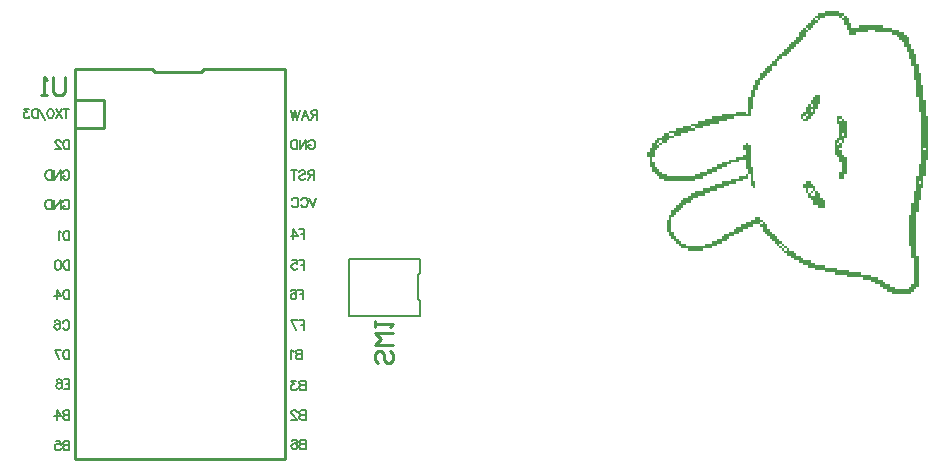
<source format=gbr>
%TF.GenerationSoftware,Altium Limited,Altium Designer,20.1.12 (249)*%
G04 Layer_Color=32896*
%FSLAX26Y26*%
%MOIN*%
%TF.SameCoordinates,9E99BA8B-9897-4C81-AE0E-6E9FF3DC4262*%
%TF.FilePolarity,Positive*%
%TF.FileFunction,Legend,Bot*%
%TF.Part,Single*%
G01*
G75*
%TA.AperFunction,NonConductor*%
%ADD19C,0.007874*%
%ADD20C,0.010000*%
%ADD21C,0.005906*%
G36*
X3174858Y1568685D02*
X3182858D01*
Y1560685D01*
X3174858D01*
Y1552685D01*
X3166858D01*
Y1544685D01*
X3158858D01*
Y1536685D01*
X3150858D01*
Y1544685D01*
X3142858D01*
Y1552685D01*
X3150858D01*
Y1560685D01*
X3158858D01*
Y1568685D01*
X3166858D01*
Y1576685D01*
X3174858D01*
Y1568685D01*
D02*
G37*
G36*
X3190858Y1288685D02*
X3182858D01*
Y1272685D01*
X3174858D01*
Y1256685D01*
X3166858D01*
Y1248685D01*
X3158858D01*
Y1240685D01*
X3150858D01*
Y1232685D01*
X3134858D01*
Y1240685D01*
X3126858D01*
Y1256685D01*
X3134858D01*
Y1264685D01*
X3142858D01*
Y1280685D01*
X3150858D01*
Y1288685D01*
X3158858D01*
Y1280685D01*
X3166858D01*
Y1288685D01*
X3158858D01*
Y1304685D01*
X3166858D01*
Y1312685D01*
X3174858D01*
Y1320685D01*
X3190858D01*
Y1288685D01*
D02*
G37*
G36*
X3142858Y1536685D02*
X3150858D01*
Y1528685D01*
X3142858D01*
Y1512685D01*
X3134858D01*
Y1504685D01*
X3126858D01*
Y1496685D01*
X3118858D01*
Y1488685D01*
X3110858D01*
Y1480685D01*
X3102858D01*
Y1472685D01*
X3094858D01*
Y1464685D01*
X3086858D01*
Y1456685D01*
X3078858D01*
Y1448685D01*
X3062858D01*
Y1440685D01*
X3054858D01*
Y1432685D01*
X3046858D01*
Y1416685D01*
X3030858D01*
Y1400685D01*
X3022858D01*
Y1392685D01*
X3014858D01*
Y1384685D01*
X3006858D01*
Y1376685D01*
X2998858D01*
Y1368685D01*
X2990858D01*
Y1352685D01*
X2982858D01*
Y1336685D01*
X2974858D01*
Y1312685D01*
X2966858D01*
Y1272685D01*
X2958858D01*
Y1248685D01*
X2902858D01*
Y1240685D01*
X2878858D01*
Y1232685D01*
X2854858D01*
Y1224685D01*
X2822858D01*
Y1216685D01*
X2798858D01*
Y1208685D01*
X2774858D01*
Y1216685D01*
X2758858D01*
Y1224685D01*
X2782858D01*
Y1232685D01*
X2806858D01*
Y1240685D01*
X2830858D01*
Y1248685D01*
X2862858D01*
Y1256685D01*
X2910858D01*
Y1264685D01*
X2942858D01*
Y1256685D01*
X2950858D01*
Y1312685D01*
X2958858D01*
Y1336685D01*
X2966858D01*
Y1352685D01*
X2974858D01*
Y1368685D01*
X2982858D01*
Y1376685D01*
X2990858D01*
Y1392685D01*
X2998858D01*
Y1400685D01*
X3006858D01*
Y1408685D01*
X3014858D01*
Y1416685D01*
X3022858D01*
Y1424685D01*
X3030858D01*
Y1432685D01*
X3038858D01*
Y1440685D01*
X3046858D01*
Y1448685D01*
X3054858D01*
Y1456685D01*
X3062858D01*
Y1464685D01*
X3070858D01*
Y1472685D01*
X3078858D01*
Y1480685D01*
X3086858D01*
Y1488685D01*
X3094858D01*
Y1496685D01*
X3102858D01*
Y1504685D01*
X3110858D01*
Y1512685D01*
X3118858D01*
Y1528685D01*
X3126858D01*
Y1536685D01*
X3134858D01*
Y1544685D01*
X3142858D01*
Y1536685D01*
D02*
G37*
G36*
X2758858Y1208685D02*
X2774858D01*
Y1200685D01*
X2750858D01*
Y1192685D01*
X2726858D01*
Y1184685D01*
X2702858D01*
Y1192685D01*
X2686858D01*
Y1200685D01*
X2710858D01*
Y1208685D01*
X2734858D01*
Y1216685D01*
X2758858D01*
Y1208685D01*
D02*
G37*
G36*
X3262858Y1240685D02*
X3270858D01*
Y1232685D01*
X3278858D01*
Y1176685D01*
X3270858D01*
Y1160685D01*
X3262858D01*
Y1168685D01*
X3254858D01*
Y1160685D01*
X3262858D01*
Y1144685D01*
X3254858D01*
Y1136685D01*
X3262858D01*
Y1120685D01*
X3270858D01*
Y1112685D01*
X3278858D01*
Y1056685D01*
X3270858D01*
Y1040685D01*
X3254858D01*
Y1064685D01*
X3262858D01*
Y1096685D01*
X3254858D01*
Y1112685D01*
X3246858D01*
Y1120685D01*
X3238858D01*
Y1168685D01*
X3246858D01*
Y1176685D01*
X3254858D01*
Y1224685D01*
X3246858D01*
Y1248685D01*
X3262858D01*
Y1240685D01*
D02*
G37*
G36*
X2686858Y1184685D02*
X2702858D01*
Y1176685D01*
X2686858D01*
Y1168685D01*
X2678858D01*
Y1160685D01*
X2662858D01*
Y1168685D01*
X2654858D01*
Y1160685D01*
X2662858D01*
Y1152685D01*
X2654858D01*
Y1160685D01*
X2646858D01*
Y1152685D01*
X2654858D01*
Y1144685D01*
X2646858D01*
Y1136685D01*
X2638858D01*
Y1112685D01*
X2630858D01*
Y1096685D01*
X2638858D01*
Y1080685D01*
X2646858D01*
Y1072685D01*
X2654858D01*
Y1064685D01*
X2662858D01*
Y1056685D01*
X2678858D01*
Y1048685D01*
X2774858D01*
Y1056685D01*
X2790858D01*
Y1064685D01*
X2814858D01*
Y1072685D01*
X2830858D01*
Y1080685D01*
X2846858D01*
Y1088685D01*
X2862858D01*
Y1096685D01*
X2886858D01*
Y1104685D01*
X2910858D01*
Y1112685D01*
X2934858D01*
Y1120685D01*
X2942858D01*
Y1136685D01*
X2934858D01*
Y1152685D01*
X2942858D01*
Y1160685D01*
X2950858D01*
Y1152685D01*
X2958858D01*
Y1080685D01*
X2966858D01*
Y1032685D01*
X2974858D01*
Y1008685D01*
X2966858D01*
Y1016685D01*
X2958858D01*
Y1056685D01*
X2950858D01*
Y1072685D01*
X2942858D01*
Y1104685D01*
X2918858D01*
Y1096685D01*
X2894858D01*
Y1088685D01*
X2878858D01*
Y1080685D01*
X2862858D01*
Y1072685D01*
X2846858D01*
Y1064685D01*
X2830858D01*
Y1056685D01*
X2814858D01*
Y1048685D01*
X2798858D01*
Y1040685D01*
X2774858D01*
Y1032685D01*
X2670858D01*
Y1040685D01*
X2654858D01*
Y1048685D01*
X2646858D01*
Y1056685D01*
X2638858D01*
Y1064685D01*
X2630858D01*
Y1080685D01*
X2622858D01*
Y1112685D01*
X2614858D01*
Y1128685D01*
X2622858D01*
Y1144685D01*
X2630858D01*
Y1160685D01*
X2638858D01*
Y1168685D01*
X2646858D01*
Y1176685D01*
X2662858D01*
Y1184685D01*
X2670858D01*
Y1192685D01*
X2686858D01*
Y1184685D01*
D02*
G37*
G36*
X3158858Y1024685D02*
X3166858D01*
Y1016685D01*
X3174858D01*
Y1000685D01*
X3182858D01*
Y992685D01*
X3190858D01*
Y976685D01*
X3198858D01*
Y968685D01*
X3206858D01*
Y944685D01*
X3182858D01*
Y952685D01*
X3166858D01*
Y968685D01*
X3158858D01*
Y976685D01*
X3150858D01*
Y992685D01*
X3142858D01*
Y1008685D01*
X3134858D01*
Y1024685D01*
X3142858D01*
Y1032685D01*
X3158858D01*
Y1024685D01*
D02*
G37*
G36*
X3254858Y1592685D02*
X3270858D01*
Y1584685D01*
X3278858D01*
Y1576685D01*
X3286858D01*
Y1560685D01*
X3294858D01*
Y1544685D01*
X3318858D01*
Y1552685D01*
X3398858D01*
Y1544685D01*
X3430858D01*
Y1536685D01*
X3454858D01*
Y1528685D01*
X3470858D01*
Y1520685D01*
X3478858D01*
Y1512685D01*
X3486858D01*
Y1488685D01*
X3494858D01*
Y1472685D01*
X3502858D01*
Y1456685D01*
X3510858D01*
Y1424685D01*
X3518858D01*
Y1392685D01*
X3526858D01*
Y1352685D01*
X3534858D01*
Y1304685D01*
X3542858D01*
Y1248685D01*
X3550858D01*
Y1104685D01*
X3542858D01*
Y1048685D01*
X3534858D01*
Y1008685D01*
X3526858D01*
Y968685D01*
X3518858D01*
Y928685D01*
X3510858D01*
Y784685D01*
X3518858D01*
Y680685D01*
X3510858D01*
Y672685D01*
X3502858D01*
Y664685D01*
X3494858D01*
Y656685D01*
X3430858D01*
Y664685D01*
X3414858D01*
Y672685D01*
X3398858D01*
Y680685D01*
X3390858D01*
Y688685D01*
X3374858D01*
Y696685D01*
X3358858D01*
Y704685D01*
X3334858D01*
Y712685D01*
X3278858D01*
Y720685D01*
X3238858D01*
Y728685D01*
X3206858D01*
Y736685D01*
X3174858D01*
Y744685D01*
X3150858D01*
Y752685D01*
X3134858D01*
Y760685D01*
X3118858D01*
Y768685D01*
X3102858D01*
Y776685D01*
X3094858D01*
Y784685D01*
X3078858D01*
Y792685D01*
X3070858D01*
Y800685D01*
X3062858D01*
Y808685D01*
X3054858D01*
Y816685D01*
X3046858D01*
Y824685D01*
X3038858D01*
Y832685D01*
X3030858D01*
Y840685D01*
X3022858D01*
Y848685D01*
X3014858D01*
Y856685D01*
X3006858D01*
Y864685D01*
X2998858D01*
Y880685D01*
X2990858D01*
Y888685D01*
X2966858D01*
Y880685D01*
X2950858D01*
Y872685D01*
X2934858D01*
Y864685D01*
X2918858D01*
Y856685D01*
X2902858D01*
Y848685D01*
X2886858D01*
Y840685D01*
X2878858D01*
Y832685D01*
X2862858D01*
Y824685D01*
X2846858D01*
Y816685D01*
X2830858D01*
Y808685D01*
X2798858D01*
Y800685D01*
X2750858D01*
Y808685D01*
X2726858D01*
Y816685D01*
X2718858D01*
Y824685D01*
X2710858D01*
Y832685D01*
X2702858D01*
Y840685D01*
X2694858D01*
Y848685D01*
X2686858D01*
Y864685D01*
X2678858D01*
Y904685D01*
X2686858D01*
Y920685D01*
X2694858D01*
Y936685D01*
X2702858D01*
Y944685D01*
X2710858D01*
Y952685D01*
X2718858D01*
Y960685D01*
X2726858D01*
Y968685D01*
X2734858D01*
Y976685D01*
X2750858D01*
Y984685D01*
X2758858D01*
Y992685D01*
X2774858D01*
Y1000685D01*
X2798858D01*
Y1008685D01*
X2822858D01*
Y1016685D01*
X2838858D01*
Y1024685D01*
X2862858D01*
Y1032685D01*
X2894858D01*
Y1040685D01*
X2918858D01*
Y1048685D01*
X2942858D01*
Y1056685D01*
X2950858D01*
Y1040685D01*
X2934858D01*
Y1032685D01*
X2910858D01*
Y1024685D01*
X2886858D01*
Y1016685D01*
X2870858D01*
Y1008685D01*
X2846858D01*
Y1000685D01*
X2822858D01*
Y992685D01*
X2806858D01*
Y984685D01*
X2782858D01*
Y976685D01*
X2766858D01*
Y968685D01*
X2758858D01*
Y960685D01*
X2742858D01*
Y952685D01*
X2734858D01*
Y944685D01*
X2726858D01*
Y936685D01*
X2718858D01*
Y928685D01*
X2710858D01*
Y920685D01*
X2702858D01*
Y912685D01*
X2694858D01*
Y864685D01*
X2702858D01*
Y848685D01*
X2710858D01*
Y840685D01*
X2718858D01*
Y832685D01*
X2726858D01*
Y824685D01*
X2742858D01*
Y816685D01*
X2806858D01*
Y824685D01*
X2830858D01*
Y832685D01*
X2846858D01*
Y840685D01*
X2862858D01*
Y848685D01*
X2870858D01*
Y856685D01*
X2886858D01*
Y864685D01*
X2902858D01*
Y872685D01*
X2910858D01*
Y880685D01*
X2926858D01*
Y888685D01*
X2942858D01*
Y896685D01*
X2958858D01*
Y904685D01*
X2974858D01*
Y912685D01*
X2990858D01*
Y904685D01*
X2998858D01*
Y896685D01*
X3006858D01*
Y888685D01*
X3014858D01*
Y872685D01*
X3022858D01*
Y864685D01*
X3030858D01*
Y856685D01*
X3038858D01*
Y848685D01*
X3046858D01*
Y840685D01*
X3054858D01*
Y832685D01*
X3062858D01*
Y824685D01*
X3070858D01*
Y816685D01*
X3078858D01*
Y808685D01*
X3086858D01*
Y800685D01*
X3102858D01*
Y792685D01*
X3110858D01*
Y784685D01*
X3126858D01*
Y776685D01*
X3134858D01*
Y768685D01*
X3158858D01*
Y760685D01*
X3174858D01*
Y752685D01*
X3206858D01*
Y744685D01*
X3246858D01*
Y736685D01*
X3286858D01*
Y728685D01*
X3326858D01*
Y720685D01*
X3358858D01*
Y712685D01*
X3382858D01*
Y704685D01*
X3398858D01*
Y696685D01*
X3406858D01*
Y688685D01*
X3422858D01*
Y680685D01*
X3438858D01*
Y672685D01*
X3486858D01*
Y680685D01*
X3494858D01*
Y688685D01*
X3502858D01*
Y776685D01*
X3494858D01*
Y816685D01*
X3486858D01*
Y920685D01*
X3494858D01*
Y960685D01*
X3502858D01*
Y1000685D01*
X3510858D01*
Y1048685D01*
X3518858D01*
Y1088685D01*
X3526858D01*
Y1264685D01*
X3518858D01*
Y1312685D01*
X3510858D01*
Y1368685D01*
X3502858D01*
Y1416685D01*
X3494858D01*
Y1440685D01*
X3486858D01*
Y1464685D01*
X3478858D01*
Y1480685D01*
X3470858D01*
Y1496685D01*
X3462858D01*
Y1504685D01*
X3454858D01*
Y1512685D01*
X3446858D01*
Y1520685D01*
X3430858D01*
Y1528685D01*
X3374858D01*
Y1536685D01*
X3350858D01*
Y1528685D01*
X3310858D01*
Y1520685D01*
X3286858D01*
Y1536685D01*
X3278858D01*
Y1552685D01*
X3270858D01*
Y1568685D01*
X3262858D01*
Y1576685D01*
X3254858D01*
Y1584685D01*
X3206858D01*
Y1576685D01*
X3190858D01*
Y1568685D01*
X3182858D01*
Y1576685D01*
X3174858D01*
Y1584685D01*
X3182858D01*
Y1592685D01*
X3206858D01*
Y1600685D01*
X3254858D01*
Y1592685D01*
D02*
G37*
%LPC*%
G36*
X3166858Y1272685D02*
X3158858D01*
Y1264685D01*
X3166858D01*
Y1272685D01*
D02*
G37*
G36*
X3150858Y1256685D02*
X3142858D01*
Y1248685D01*
X3150858D01*
Y1256685D01*
D02*
G37*
G36*
X3142858Y1248685D02*
X3134858D01*
Y1240685D01*
X3142858D01*
Y1248685D01*
D02*
G37*
G36*
X3262858Y1240685D02*
X3254858D01*
Y1232685D01*
X3262858D01*
Y1240685D01*
D02*
G37*
G36*
X3270858Y1192685D02*
X3262858D01*
Y1184685D01*
X3270858D01*
Y1192685D01*
D02*
G37*
G36*
X3254858Y1160685D02*
X3246858D01*
Y1152685D01*
X3254858D01*
Y1160685D01*
D02*
G37*
G36*
X3166858Y1008685D02*
X3150858D01*
Y992685D01*
X3158858D01*
Y984685D01*
X3174858D01*
Y1000685D01*
X3166858D01*
Y1008685D01*
D02*
G37*
%LPD*%
G36*
Y992685D02*
X3158858D01*
Y1000685D01*
X3166858D01*
Y992685D01*
D02*
G37*
%LPC*%
G36*
X3270858Y1584685D02*
X3262858D01*
Y1576685D01*
X3270858D01*
Y1584685D01*
D02*
G37*
G36*
X3542858Y1144685D02*
X3534858D01*
Y1136685D01*
X3542858D01*
Y1144685D01*
D02*
G37*
G36*
X3526858Y1032685D02*
X3518858D01*
Y1024685D01*
X3526858D01*
Y1032685D01*
D02*
G37*
G36*
X2998858Y896685D02*
X2990858D01*
Y888685D01*
X2998858D01*
Y896685D01*
D02*
G37*
G36*
X3062858Y824685D02*
X3054858D01*
Y816685D01*
X3062858D01*
Y808685D01*
X3070858D01*
Y800685D01*
X3078858D01*
Y808685D01*
X3070858D01*
Y816685D01*
X3062858D01*
Y824685D01*
D02*
G37*
%LPD*%
D19*
X1620157Y773622D02*
X1856378D01*
X1620157Y584646D02*
Y773622D01*
Y584646D02*
X1856378D01*
X1848504Y639764D02*
Y718504D01*
X1856378Y726378D01*
Y773622D01*
X1848504Y639764D02*
X1856378Y631890D01*
Y584646D02*
Y631890D01*
D20*
X707677Y1208661D02*
X803150D01*
Y1304134D01*
X706693D02*
X803150D01*
X875315Y1405906D02*
X962815D01*
X972815Y1395906D01*
X1137815Y1405906D02*
X1225315D01*
X1127815Y1395906D02*
X1137815Y1405906D01*
X1405315Y105906D02*
X1405315Y1405906D01*
X706693Y105906D02*
X706693Y1405906D01*
X972815Y1395906D02*
X1127815D01*
X706693Y1405906D02*
X875315D01*
X706693Y105906D02*
X1405315D01*
X1225315Y1405906D02*
X1405315D01*
X672074Y1379990D02*
Y1330006D01*
X662077Y1320010D01*
X642083D01*
X632087Y1330006D01*
Y1379990D01*
X612093Y1320010D02*
X592100D01*
X602096D01*
Y1379990D01*
X612093Y1369994D01*
X1755702Y465646D02*
X1765699Y455649D01*
Y435655D01*
X1755702Y425659D01*
X1745705D01*
X1735709Y435655D01*
Y455649D01*
X1725712Y465646D01*
X1715715D01*
X1705718Y455649D01*
Y435655D01*
X1715715Y425659D01*
X1765699Y485639D02*
X1705718D01*
X1725712Y505633D01*
X1705718Y525626D01*
X1765699D01*
X1705718Y545620D02*
Y565613D01*
Y555616D01*
X1765699D01*
X1755702Y545620D01*
D21*
X687992Y167316D02*
Y135827D01*
Y167316D02*
X674497D01*
X669998Y165816D01*
X668499Y164317D01*
X666999Y161318D01*
Y158319D01*
X668499Y155320D01*
X669998Y153821D01*
X674497Y152321D01*
X687992D02*
X674497D01*
X669998Y150821D01*
X668499Y149322D01*
X666999Y146323D01*
Y141825D01*
X668499Y138826D01*
X669998Y137326D01*
X674497Y135827D01*
X687992D01*
X641958Y167316D02*
X656953D01*
X658452Y153821D01*
X656953Y155320D01*
X652454Y156820D01*
X647956D01*
X643457Y155320D01*
X640458Y152321D01*
X638959Y147822D01*
Y144824D01*
X640458Y140325D01*
X643457Y137326D01*
X647956Y135827D01*
X652454D01*
X656953Y137326D01*
X658452Y138826D01*
X659952Y141825D01*
X687993Y269678D02*
Y238189D01*
Y269678D02*
X674497D01*
X669999Y268179D01*
X668499Y266679D01*
X667000Y263680D01*
Y260681D01*
X668499Y257682D01*
X669999Y256183D01*
X674497Y254683D01*
X687993D02*
X674497D01*
X669999Y253184D01*
X668499Y251684D01*
X667000Y248685D01*
Y244187D01*
X668499Y241188D01*
X669999Y239688D01*
X674497Y238189D01*
X687993D01*
X644957Y269678D02*
X659952Y248685D01*
X637460D01*
X644957Y269678D02*
Y238189D01*
X668499Y372041D02*
X687992D01*
Y340551D01*
X668499D01*
X687992Y357046D02*
X675996D01*
X645257Y367542D02*
X646756Y370541D01*
X651255Y372041D01*
X654254D01*
X658752Y370541D01*
X661751Y366043D01*
X663251Y358545D01*
Y351048D01*
X661751Y345050D01*
X658752Y342051D01*
X654254Y340551D01*
X652754D01*
X648256Y342051D01*
X645257Y345050D01*
X643757Y349548D01*
Y351048D01*
X645257Y355546D01*
X648256Y358545D01*
X652754Y360045D01*
X654254D01*
X658752Y358545D01*
X661751Y355546D01*
X663251Y351048D01*
X677496Y1274177D02*
Y1242687D01*
X687992Y1274177D02*
X666999D01*
X663251D02*
X642258Y1242687D01*
Y1274177D02*
X663251Y1242687D01*
X626213Y1274177D02*
X630712Y1272677D01*
X633711Y1268179D01*
X635210Y1260681D01*
Y1256183D01*
X633711Y1248685D01*
X630712Y1244187D01*
X626213Y1242687D01*
X623214D01*
X618716Y1244187D01*
X615717Y1248685D01*
X614217Y1256183D01*
Y1260681D01*
X615717Y1268179D01*
X618716Y1272677D01*
X623214Y1274177D01*
X626213D01*
X607170Y1238189D02*
X586177Y1274177D01*
X584077D02*
Y1242687D01*
Y1274177D02*
X573581D01*
X569083Y1272677D01*
X566084Y1269678D01*
X564584Y1266679D01*
X563085Y1262181D01*
Y1254683D01*
X564584Y1250185D01*
X566084Y1247186D01*
X569083Y1244187D01*
X573581Y1242687D01*
X584077D01*
X553038Y1274177D02*
X536544D01*
X545540Y1262181D01*
X541042D01*
X538043Y1260681D01*
X536544Y1259182D01*
X535044Y1254683D01*
Y1251684D01*
X536544Y1247186D01*
X539543Y1244187D01*
X544041Y1242687D01*
X548539D01*
X553038Y1244187D01*
X554538Y1245686D01*
X556037Y1248685D01*
X687992Y470466D02*
Y438976D01*
Y470466D02*
X677496D01*
X672997Y468966D01*
X669998Y465967D01*
X668499Y462968D01*
X666999Y458470D01*
Y450972D01*
X668499Y446474D01*
X669998Y443475D01*
X672997Y440476D01*
X677496Y438976D01*
X687992D01*
X638959Y470466D02*
X653954Y438976D01*
X659952Y470466D02*
X638959D01*
X665500Y561393D02*
X666999Y564392D01*
X669998Y567391D01*
X672997Y568891D01*
X678995D01*
X681994Y567391D01*
X684993Y564392D01*
X686493Y561393D01*
X687992Y556895D01*
Y549397D01*
X686493Y544899D01*
X684993Y541900D01*
X681994Y538901D01*
X678995Y537402D01*
X672997D01*
X669998Y538901D01*
X666999Y541900D01*
X665500Y544899D01*
X638659Y564392D02*
X640159Y567391D01*
X644657Y568891D01*
X647656D01*
X652154Y567391D01*
X655153Y562893D01*
X656653Y555395D01*
Y547898D01*
X655153Y541900D01*
X652154Y538901D01*
X647656Y537402D01*
X646156D01*
X641658Y538901D01*
X638659Y541900D01*
X637159Y546399D01*
Y547898D01*
X638659Y552396D01*
X641658Y555395D01*
X646156Y556895D01*
X647656D01*
X652154Y555395D01*
X655153Y552396D01*
X656653Y547898D01*
X687993Y671253D02*
Y639764D01*
Y671253D02*
X677496D01*
X672998Y669754D01*
X669999Y666755D01*
X668499Y663756D01*
X667000Y659257D01*
Y651760D01*
X668499Y647261D01*
X669999Y644262D01*
X672998Y641263D01*
X677496Y639764D01*
X687993D01*
X644957Y671253D02*
X659952Y650260D01*
X637460D01*
X644957Y671253D02*
Y639764D01*
X687992Y769678D02*
Y738189D01*
Y769678D02*
X677496D01*
X672997Y768179D01*
X669998Y765180D01*
X668499Y762181D01*
X666999Y757682D01*
Y750185D01*
X668499Y745686D01*
X669998Y742687D01*
X672997Y739688D01*
X677496Y738189D01*
X687992D01*
X650955Y769678D02*
X655453Y768179D01*
X658452Y763680D01*
X659952Y756183D01*
Y751684D01*
X658452Y744187D01*
X655453Y739688D01*
X650955Y738189D01*
X647956D01*
X643457Y739688D01*
X640458Y744187D01*
X638959Y751684D01*
Y756183D01*
X640458Y763680D01*
X643457Y768179D01*
X647956Y769678D01*
X650955D01*
X687992Y868103D02*
Y836614D01*
Y868103D02*
X677496D01*
X672997Y866604D01*
X669998Y863605D01*
X668499Y860606D01*
X666999Y856107D01*
Y848610D01*
X668499Y844111D01*
X669998Y841112D01*
X672997Y838114D01*
X677496Y836614D01*
X687992D01*
X659952Y862105D02*
X656953Y863605D01*
X652454Y868103D01*
Y836614D01*
X665500Y962968D02*
X667000Y965967D01*
X669999Y968966D01*
X672998Y970466D01*
X678996D01*
X681995Y968966D01*
X684994Y965967D01*
X686493Y962968D01*
X687993Y958470D01*
Y950972D01*
X686493Y946474D01*
X684994Y943475D01*
X681995Y940476D01*
X678996Y938976D01*
X672998D01*
X669999Y940476D01*
X667000Y943475D01*
X665500Y946474D01*
Y950972D01*
X672998D02*
X665500D01*
X658303Y970466D02*
Y938976D01*
Y970466D02*
X637310Y938976D01*
Y970466D02*
Y938976D01*
X628613Y970466D02*
Y938976D01*
Y970466D02*
X618116D01*
X613618Y968966D01*
X610619Y965967D01*
X609119Y962968D01*
X607620Y958470D01*
Y950972D01*
X609119Y946474D01*
X610619Y943475D01*
X613618Y940476D01*
X618116Y938976D01*
X628613D01*
X687992Y1171253D02*
Y1139764D01*
Y1171253D02*
X677496D01*
X672997Y1169754D01*
X669998Y1166755D01*
X668499Y1163756D01*
X666999Y1159257D01*
Y1151760D01*
X668499Y1147261D01*
X669998Y1144262D01*
X672997Y1141263D01*
X677496Y1139764D01*
X687992D01*
X658452Y1163756D02*
Y1165255D01*
X656953Y1168254D01*
X655453Y1169754D01*
X652454Y1171253D01*
X646456D01*
X643457Y1169754D01*
X641958Y1168254D01*
X640458Y1165255D01*
Y1162256D01*
X641958Y1159257D01*
X644957Y1154759D01*
X659952Y1139764D01*
X638959D01*
X1475394Y171253D02*
Y139764D01*
Y171253D02*
X1461898D01*
X1457400Y169754D01*
X1455900Y168254D01*
X1454401Y165255D01*
Y162256D01*
X1455900Y159257D01*
X1457400Y157758D01*
X1461898Y156258D01*
X1475394D02*
X1461898D01*
X1457400Y154759D01*
X1455900Y153259D01*
X1454401Y150260D01*
Y145762D01*
X1455900Y142763D01*
X1457400Y141263D01*
X1461898Y139764D01*
X1475394D01*
X1429359Y166755D02*
X1430859Y169754D01*
X1435357Y171253D01*
X1438356D01*
X1442855Y169754D01*
X1445854Y165255D01*
X1447353Y157758D01*
Y150260D01*
X1445854Y144262D01*
X1442855Y141263D01*
X1438356Y139764D01*
X1436857D01*
X1432358Y141263D01*
X1429359Y144262D01*
X1427860Y148761D01*
Y150260D01*
X1429359Y154759D01*
X1432358Y157758D01*
X1436857Y159257D01*
X1438356D01*
X1442855Y157758D01*
X1445854Y154759D01*
X1447353Y150260D01*
X1475394Y269678D02*
Y238189D01*
Y269678D02*
X1461898D01*
X1457400Y268179D01*
X1455900Y266679D01*
X1454401Y263680D01*
Y260681D01*
X1455900Y257682D01*
X1457400Y256183D01*
X1461898Y254683D01*
X1475394D02*
X1461898D01*
X1457400Y253184D01*
X1455900Y251684D01*
X1454401Y248685D01*
Y244187D01*
X1455900Y241188D01*
X1457400Y239688D01*
X1461898Y238189D01*
X1475394D01*
X1445854Y262181D02*
Y263680D01*
X1444354Y266679D01*
X1442855Y268179D01*
X1439856Y269678D01*
X1433858D01*
X1430859Y268179D01*
X1429359Y266679D01*
X1427860Y263680D01*
Y260681D01*
X1429359Y257682D01*
X1432358Y253184D01*
X1447353Y238189D01*
X1426360D01*
X1475394Y368103D02*
Y336614D01*
Y368103D02*
X1461898D01*
X1457400Y366604D01*
X1455900Y365104D01*
X1454401Y362105D01*
Y359106D01*
X1455900Y356107D01*
X1457400Y354608D01*
X1461898Y353108D01*
X1475394D02*
X1461898D01*
X1457400Y351609D01*
X1455900Y350109D01*
X1454401Y347111D01*
Y342612D01*
X1455900Y339613D01*
X1457400Y338113D01*
X1461898Y336614D01*
X1475394D01*
X1444354Y368103D02*
X1427860D01*
X1436857Y356107D01*
X1432358D01*
X1429359Y354608D01*
X1427860Y353108D01*
X1426360Y348610D01*
Y345611D01*
X1427860Y341113D01*
X1430859Y338113D01*
X1435357Y336614D01*
X1439856D01*
X1444354Y338113D01*
X1445854Y339613D01*
X1447353Y342612D01*
X1463583Y470466D02*
Y438976D01*
Y470466D02*
X1450087D01*
X1445589Y468966D01*
X1444089Y467467D01*
X1442590Y464468D01*
Y461469D01*
X1444089Y458470D01*
X1445589Y456970D01*
X1450087Y455471D01*
X1463583D02*
X1450087D01*
X1445589Y453971D01*
X1444089Y452472D01*
X1442590Y449473D01*
Y444974D01*
X1444089Y441975D01*
X1445589Y440476D01*
X1450087Y438976D01*
X1463583D01*
X1435542Y464468D02*
X1432543Y465967D01*
X1428045Y470466D01*
Y438976D01*
X1471457Y568891D02*
Y537402D01*
Y568891D02*
X1451963D01*
X1471457Y553896D02*
X1459461D01*
X1427372Y568891D02*
X1442367Y537402D01*
X1448365Y568891D02*
X1427372D01*
X1471457Y769678D02*
Y738189D01*
Y769678D02*
X1451963D01*
X1471457Y754683D02*
X1459461D01*
X1430371Y769678D02*
X1445366D01*
X1446865Y756183D01*
X1445366Y757682D01*
X1440867Y759182D01*
X1436369D01*
X1431870Y757682D01*
X1428871Y754683D01*
X1427372Y750185D01*
Y747186D01*
X1428871Y742687D01*
X1431870Y739688D01*
X1436369Y738189D01*
X1440867D01*
X1445366Y739688D01*
X1446865Y741188D01*
X1448365Y744187D01*
X1471457Y872040D02*
Y840551D01*
Y872040D02*
X1451963D01*
X1471457Y857045D02*
X1459461D01*
X1433370Y872040D02*
X1448365Y851048D01*
X1425872D01*
X1433370Y872040D02*
Y840551D01*
X1510827Y978340D02*
X1498831Y946850D01*
X1486835Y978340D02*
X1498831Y946850D01*
X1460294Y970842D02*
X1461793Y973841D01*
X1464793Y976840D01*
X1467792Y978340D01*
X1473789D01*
X1476788Y976840D01*
X1479787Y973841D01*
X1481287Y970842D01*
X1482786Y966344D01*
Y958846D01*
X1481287Y954348D01*
X1479787Y951349D01*
X1476788Y948350D01*
X1473789Y946850D01*
X1467792D01*
X1464793Y948350D01*
X1461793Y951349D01*
X1460294Y954348D01*
X1428955Y970842D02*
X1430454Y973841D01*
X1433453Y976840D01*
X1436452Y978340D01*
X1442450D01*
X1445449Y976840D01*
X1448448Y973841D01*
X1449947Y970842D01*
X1451447Y966344D01*
Y958846D01*
X1449947Y954348D01*
X1448448Y951349D01*
X1445449Y948350D01*
X1442450Y946850D01*
X1436452D01*
X1433453Y948350D01*
X1430454Y951349D01*
X1428955Y954348D01*
X1502953Y1068891D02*
Y1037401D01*
Y1068891D02*
X1489457D01*
X1484959Y1067391D01*
X1483459Y1065892D01*
X1481960Y1062893D01*
Y1059894D01*
X1483459Y1056895D01*
X1484959Y1055395D01*
X1489457Y1053896D01*
X1502953D01*
X1492456D02*
X1481960Y1037401D01*
X1453919Y1064392D02*
X1456918Y1067391D01*
X1461417Y1068891D01*
X1467415D01*
X1471913Y1067391D01*
X1474912Y1064392D01*
Y1061393D01*
X1473413Y1058394D01*
X1471913Y1056895D01*
X1468914Y1055395D01*
X1459918Y1052396D01*
X1456918Y1050897D01*
X1455419Y1049397D01*
X1453919Y1046399D01*
Y1041900D01*
X1456918Y1038901D01*
X1461417Y1037401D01*
X1467415D01*
X1471913Y1038901D01*
X1474912Y1041900D01*
X1436375Y1068891D02*
Y1037401D01*
X1446872Y1068891D02*
X1425879D01*
X1484398Y1163756D02*
X1485897Y1166755D01*
X1488896Y1169754D01*
X1491895Y1171253D01*
X1497893D01*
X1500892Y1169754D01*
X1503891Y1166755D01*
X1505390Y1163756D01*
X1506890Y1159257D01*
Y1151760D01*
X1505390Y1147261D01*
X1503891Y1144262D01*
X1500892Y1141263D01*
X1497893Y1139764D01*
X1491895D01*
X1488896Y1141263D01*
X1485897Y1144262D01*
X1484398Y1147261D01*
Y1151760D01*
X1491895D02*
X1484398D01*
X1477200Y1171253D02*
Y1139764D01*
Y1171253D02*
X1456207Y1139764D01*
Y1171253D02*
Y1139764D01*
X1447510Y1171253D02*
Y1139764D01*
Y1171253D02*
X1437013D01*
X1432515Y1169754D01*
X1429516Y1166755D01*
X1428016Y1163756D01*
X1426517Y1159257D01*
Y1151760D01*
X1428016Y1147261D01*
X1429516Y1144262D01*
X1432515Y1141263D01*
X1437013Y1139764D01*
X1447510D01*
X1514764Y1269678D02*
Y1238189D01*
Y1269678D02*
X1501268D01*
X1496770Y1268179D01*
X1495271Y1266679D01*
X1493771Y1263680D01*
Y1260681D01*
X1495271Y1257682D01*
X1496770Y1256183D01*
X1501268Y1254683D01*
X1514764D01*
X1504267D02*
X1493771Y1238189D01*
X1462732D02*
X1474727Y1269678D01*
X1486723Y1238189D01*
X1482225Y1248685D02*
X1467230D01*
X1455384Y1269678D02*
X1447887Y1238189D01*
X1440389Y1269678D02*
X1447887Y1238189D01*
X1440389Y1269678D02*
X1432892Y1238189D01*
X1425394Y1269678D02*
X1432892Y1238189D01*
X665500Y1061393D02*
X667000Y1064392D01*
X669999Y1067391D01*
X672998Y1068891D01*
X678996D01*
X681995Y1067391D01*
X684994Y1064392D01*
X686493Y1061393D01*
X687993Y1056895D01*
Y1049397D01*
X686493Y1044899D01*
X684994Y1041900D01*
X681995Y1038901D01*
X678996Y1037401D01*
X672998D01*
X669999Y1038901D01*
X667000Y1041900D01*
X665500Y1044899D01*
Y1049397D01*
X672998D02*
X665500D01*
X658303Y1068891D02*
Y1037401D01*
Y1068891D02*
X637310Y1037401D01*
Y1068891D02*
Y1037401D01*
X628613Y1068891D02*
Y1037401D01*
Y1068891D02*
X618116D01*
X613618Y1067391D01*
X610619Y1064392D01*
X609119Y1061393D01*
X607620Y1056895D01*
Y1049397D01*
X609119Y1044899D01*
X610619Y1041900D01*
X613618Y1038901D01*
X618116Y1037401D01*
X628613D01*
X1467520Y671253D02*
Y639764D01*
Y671253D02*
X1448026D01*
X1467520Y656258D02*
X1455524D01*
X1426434Y666755D02*
X1427933Y669754D01*
X1432432Y671253D01*
X1435431D01*
X1439929Y669754D01*
X1442928Y665255D01*
X1444428Y657758D01*
Y650260D01*
X1442928Y644262D01*
X1439929Y641263D01*
X1435431Y639764D01*
X1433931D01*
X1429433Y641263D01*
X1426434Y644262D01*
X1424934Y648761D01*
Y650260D01*
X1426434Y654759D01*
X1429433Y657758D01*
X1433931Y659257D01*
X1435431D01*
X1439929Y657758D01*
X1442928Y654759D01*
X1444428Y650260D01*
%TF.MD5,d68147dfeec303ba6d7ccf2a306db333*%
M02*

</source>
